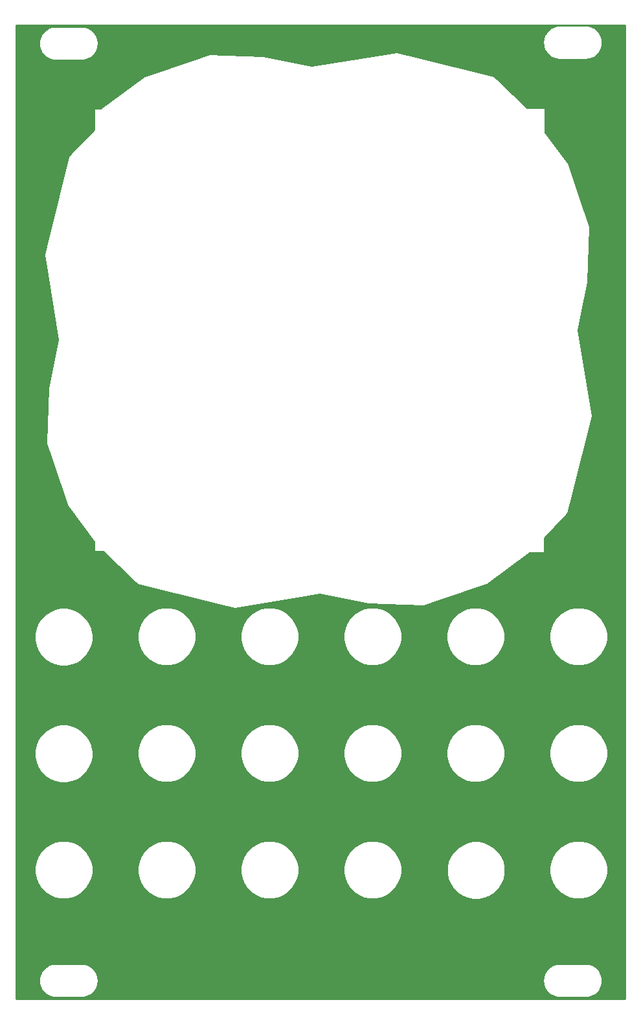
<source format=gbr>
G04 #@! TF.GenerationSoftware,KiCad,Pcbnew,(5.1.5-0)*
G04 #@! TF.CreationDate,2020-10-12T11:50:34-05:00*
G04 #@! TF.ProjectId,bells-venn,62656c6c-732d-4766-956e-6e2e6b696361,rev?*
G04 #@! TF.SameCoordinates,Original*
G04 #@! TF.FileFunction,Copper,L2,Bot*
G04 #@! TF.FilePolarity,Positive*
%FSLAX46Y46*%
G04 Gerber Fmt 4.6, Leading zero omitted, Abs format (unit mm)*
G04 Created by KiCad (PCBNEW (5.1.5-0)) date 2020-10-12 11:50:34*
%MOMM*%
%LPD*%
G04 APERTURE LIST*
%ADD10C,0.600000*%
%ADD11C,0.254000*%
G04 APERTURE END LIST*
D10*
X60833000Y-95250000D03*
D11*
G36*
X100559001Y-145618600D02*
G01*
X20980000Y-145618600D01*
X20980000Y-143256000D01*
X23917186Y-143256000D01*
X23960339Y-143694137D01*
X24088138Y-144115436D01*
X24295674Y-144503707D01*
X24574970Y-144844030D01*
X24915293Y-145123326D01*
X25303564Y-145330862D01*
X25724863Y-145458661D01*
X26053204Y-145491000D01*
X29572796Y-145491000D01*
X29901137Y-145458661D01*
X30322436Y-145330862D01*
X30710707Y-145123326D01*
X31051030Y-144844030D01*
X31330326Y-144503707D01*
X31537862Y-144115436D01*
X31665661Y-143694137D01*
X31708814Y-143256000D01*
X89830186Y-143256000D01*
X89873339Y-143694137D01*
X90001138Y-144115436D01*
X90208674Y-144503707D01*
X90487970Y-144844030D01*
X90828293Y-145123326D01*
X91216564Y-145330862D01*
X91637863Y-145458661D01*
X91966204Y-145491000D01*
X95485796Y-145491000D01*
X95814137Y-145458661D01*
X96235436Y-145330862D01*
X96623707Y-145123326D01*
X96964030Y-144844030D01*
X97243326Y-144503707D01*
X97450862Y-144115436D01*
X97578661Y-143694137D01*
X97621814Y-143256000D01*
X97578661Y-142817863D01*
X97450862Y-142396564D01*
X97243326Y-142008293D01*
X96964030Y-141667970D01*
X96623707Y-141388674D01*
X96235436Y-141181138D01*
X95814137Y-141053339D01*
X95485796Y-141021000D01*
X91966204Y-141021000D01*
X91637863Y-141053339D01*
X91216564Y-141181138D01*
X90828293Y-141388674D01*
X90487970Y-141667970D01*
X90208674Y-142008293D01*
X90001138Y-142396564D01*
X89873339Y-142817863D01*
X89830186Y-143256000D01*
X31708814Y-143256000D01*
X31665661Y-142817863D01*
X31537862Y-142396564D01*
X31330326Y-142008293D01*
X31051030Y-141667970D01*
X30710707Y-141388674D01*
X30322436Y-141181138D01*
X29901137Y-141053339D01*
X29572796Y-141021000D01*
X26053204Y-141021000D01*
X25724863Y-141053339D01*
X25303564Y-141181138D01*
X24915293Y-141388674D01*
X24574970Y-141667970D01*
X24295674Y-142008293D01*
X24088138Y-142396564D01*
X23960339Y-142817863D01*
X23917186Y-143256000D01*
X20980000Y-143256000D01*
X20980000Y-128400285D01*
X23343000Y-128400285D01*
X23343000Y-129155715D01*
X23490377Y-129896628D01*
X23779467Y-130594554D01*
X24199161Y-131222670D01*
X24733330Y-131756839D01*
X25361446Y-132176533D01*
X26059372Y-132465623D01*
X26800285Y-132613000D01*
X27555715Y-132613000D01*
X28296628Y-132465623D01*
X28994554Y-132176533D01*
X29622670Y-131756839D01*
X30156839Y-131222670D01*
X30576533Y-130594554D01*
X30865623Y-129896628D01*
X31013000Y-129155715D01*
X31013000Y-128400285D01*
X36805000Y-128400285D01*
X36805000Y-129155715D01*
X36952377Y-129896628D01*
X37241467Y-130594554D01*
X37661161Y-131222670D01*
X38195330Y-131756839D01*
X38823446Y-132176533D01*
X39521372Y-132465623D01*
X40262285Y-132613000D01*
X41017715Y-132613000D01*
X41758628Y-132465623D01*
X42456554Y-132176533D01*
X43084670Y-131756839D01*
X43618839Y-131222670D01*
X44038533Y-130594554D01*
X44327623Y-129896628D01*
X44475000Y-129155715D01*
X44475000Y-128400285D01*
X50267000Y-128400285D01*
X50267000Y-129155715D01*
X50414377Y-129896628D01*
X50703467Y-130594554D01*
X51123161Y-131222670D01*
X51657330Y-131756839D01*
X52285446Y-132176533D01*
X52983372Y-132465623D01*
X53724285Y-132613000D01*
X54479715Y-132613000D01*
X55220628Y-132465623D01*
X55918554Y-132176533D01*
X56546670Y-131756839D01*
X57080839Y-131222670D01*
X57500533Y-130594554D01*
X57789623Y-129896628D01*
X57937000Y-129155715D01*
X57937000Y-128400285D01*
X63729000Y-128400285D01*
X63729000Y-129155715D01*
X63876377Y-129896628D01*
X64165467Y-130594554D01*
X64585161Y-131222670D01*
X65119330Y-131756839D01*
X65747446Y-132176533D01*
X66445372Y-132465623D01*
X67186285Y-132613000D01*
X67941715Y-132613000D01*
X68682628Y-132465623D01*
X69380554Y-132176533D01*
X70008670Y-131756839D01*
X70542839Y-131222670D01*
X70962533Y-130594554D01*
X71251623Y-129896628D01*
X71399000Y-129155715D01*
X71399000Y-128463785D01*
X77254500Y-128463785D01*
X77254500Y-129219215D01*
X77401877Y-129960128D01*
X77690967Y-130658054D01*
X78110661Y-131286170D01*
X78644830Y-131820339D01*
X79272946Y-132240033D01*
X79970872Y-132529123D01*
X80711785Y-132676500D01*
X81467215Y-132676500D01*
X82208128Y-132529123D01*
X82906054Y-132240033D01*
X83534170Y-131820339D01*
X84068339Y-131286170D01*
X84488033Y-130658054D01*
X84777123Y-129960128D01*
X84924500Y-129219215D01*
X84924500Y-128463785D01*
X84911870Y-128400285D01*
X90653000Y-128400285D01*
X90653000Y-129155715D01*
X90800377Y-129896628D01*
X91089467Y-130594554D01*
X91509161Y-131222670D01*
X92043330Y-131756839D01*
X92671446Y-132176533D01*
X93369372Y-132465623D01*
X94110285Y-132613000D01*
X94865715Y-132613000D01*
X95606628Y-132465623D01*
X96304554Y-132176533D01*
X96932670Y-131756839D01*
X97466839Y-131222670D01*
X97886533Y-130594554D01*
X98175623Y-129896628D01*
X98323000Y-129155715D01*
X98323000Y-128400285D01*
X98175623Y-127659372D01*
X97886533Y-126961446D01*
X97466839Y-126333330D01*
X96932670Y-125799161D01*
X96304554Y-125379467D01*
X95606628Y-125090377D01*
X94865715Y-124943000D01*
X94110285Y-124943000D01*
X93369372Y-125090377D01*
X92671446Y-125379467D01*
X92043330Y-125799161D01*
X91509161Y-126333330D01*
X91089467Y-126961446D01*
X90800377Y-127659372D01*
X90653000Y-128400285D01*
X84911870Y-128400285D01*
X84777123Y-127722872D01*
X84488033Y-127024946D01*
X84068339Y-126396830D01*
X83534170Y-125862661D01*
X82906054Y-125442967D01*
X82208128Y-125153877D01*
X81467215Y-125006500D01*
X80711785Y-125006500D01*
X79970872Y-125153877D01*
X79272946Y-125442967D01*
X78644830Y-125862661D01*
X78110661Y-126396830D01*
X77690967Y-127024946D01*
X77401877Y-127722872D01*
X77254500Y-128463785D01*
X71399000Y-128463785D01*
X71399000Y-128400285D01*
X71251623Y-127659372D01*
X70962533Y-126961446D01*
X70542839Y-126333330D01*
X70008670Y-125799161D01*
X69380554Y-125379467D01*
X68682628Y-125090377D01*
X67941715Y-124943000D01*
X67186285Y-124943000D01*
X66445372Y-125090377D01*
X65747446Y-125379467D01*
X65119330Y-125799161D01*
X64585161Y-126333330D01*
X64165467Y-126961446D01*
X63876377Y-127659372D01*
X63729000Y-128400285D01*
X57937000Y-128400285D01*
X57789623Y-127659372D01*
X57500533Y-126961446D01*
X57080839Y-126333330D01*
X56546670Y-125799161D01*
X55918554Y-125379467D01*
X55220628Y-125090377D01*
X54479715Y-124943000D01*
X53724285Y-124943000D01*
X52983372Y-125090377D01*
X52285446Y-125379467D01*
X51657330Y-125799161D01*
X51123161Y-126333330D01*
X50703467Y-126961446D01*
X50414377Y-127659372D01*
X50267000Y-128400285D01*
X44475000Y-128400285D01*
X44327623Y-127659372D01*
X44038533Y-126961446D01*
X43618839Y-126333330D01*
X43084670Y-125799161D01*
X42456554Y-125379467D01*
X41758628Y-125090377D01*
X41017715Y-124943000D01*
X40262285Y-124943000D01*
X39521372Y-125090377D01*
X38823446Y-125379467D01*
X38195330Y-125799161D01*
X37661161Y-126333330D01*
X37241467Y-126961446D01*
X36952377Y-127659372D01*
X36805000Y-128400285D01*
X31013000Y-128400285D01*
X30865623Y-127659372D01*
X30576533Y-126961446D01*
X30156839Y-126333330D01*
X29622670Y-125799161D01*
X28994554Y-125379467D01*
X28296628Y-125090377D01*
X27555715Y-124943000D01*
X26800285Y-124943000D01*
X26059372Y-125090377D01*
X25361446Y-125379467D01*
X24733330Y-125799161D01*
X24199161Y-126333330D01*
X23779467Y-126961446D01*
X23490377Y-127659372D01*
X23343000Y-128400285D01*
X20980000Y-128400285D01*
X20980000Y-113223785D01*
X23343000Y-113223785D01*
X23343000Y-113979215D01*
X23490377Y-114720128D01*
X23779467Y-115418054D01*
X24199161Y-116046170D01*
X24733330Y-116580339D01*
X25361446Y-117000033D01*
X26059372Y-117289123D01*
X26800285Y-117436500D01*
X27555715Y-117436500D01*
X28296628Y-117289123D01*
X28994554Y-117000033D01*
X29622670Y-116580339D01*
X30156839Y-116046170D01*
X30576533Y-115418054D01*
X30865623Y-114720128D01*
X31013000Y-113979215D01*
X31013000Y-113223785D01*
X31000370Y-113160285D01*
X36805000Y-113160285D01*
X36805000Y-113915715D01*
X36952377Y-114656628D01*
X37241467Y-115354554D01*
X37661161Y-115982670D01*
X38195330Y-116516839D01*
X38823446Y-116936533D01*
X39521372Y-117225623D01*
X40262285Y-117373000D01*
X41017715Y-117373000D01*
X41758628Y-117225623D01*
X42456554Y-116936533D01*
X43084670Y-116516839D01*
X43618839Y-115982670D01*
X44038533Y-115354554D01*
X44327623Y-114656628D01*
X44475000Y-113915715D01*
X44475000Y-113160285D01*
X50267000Y-113160285D01*
X50267000Y-113915715D01*
X50414377Y-114656628D01*
X50703467Y-115354554D01*
X51123161Y-115982670D01*
X51657330Y-116516839D01*
X52285446Y-116936533D01*
X52983372Y-117225623D01*
X53724285Y-117373000D01*
X54479715Y-117373000D01*
X55220628Y-117225623D01*
X55918554Y-116936533D01*
X56546670Y-116516839D01*
X57080839Y-115982670D01*
X57500533Y-115354554D01*
X57789623Y-114656628D01*
X57937000Y-113915715D01*
X57937000Y-113160285D01*
X63729000Y-113160285D01*
X63729000Y-113915715D01*
X63876377Y-114656628D01*
X64165467Y-115354554D01*
X64585161Y-115982670D01*
X65119330Y-116516839D01*
X65747446Y-116936533D01*
X66445372Y-117225623D01*
X67186285Y-117373000D01*
X67941715Y-117373000D01*
X68682628Y-117225623D01*
X69380554Y-116936533D01*
X70008670Y-116516839D01*
X70542839Y-115982670D01*
X70962533Y-115354554D01*
X71251623Y-114656628D01*
X71399000Y-113915715D01*
X71399000Y-113160285D01*
X77191000Y-113160285D01*
X77191000Y-113915715D01*
X77338377Y-114656628D01*
X77627467Y-115354554D01*
X78047161Y-115982670D01*
X78581330Y-116516839D01*
X79209446Y-116936533D01*
X79907372Y-117225623D01*
X80648285Y-117373000D01*
X81403715Y-117373000D01*
X82144628Y-117225623D01*
X82842554Y-116936533D01*
X83470670Y-116516839D01*
X84004839Y-115982670D01*
X84424533Y-115354554D01*
X84713623Y-114656628D01*
X84861000Y-113915715D01*
X84861000Y-113160285D01*
X90653000Y-113160285D01*
X90653000Y-113915715D01*
X90800377Y-114656628D01*
X91089467Y-115354554D01*
X91509161Y-115982670D01*
X92043330Y-116516839D01*
X92671446Y-116936533D01*
X93369372Y-117225623D01*
X94110285Y-117373000D01*
X94865715Y-117373000D01*
X95606628Y-117225623D01*
X96304554Y-116936533D01*
X96932670Y-116516839D01*
X97466839Y-115982670D01*
X97886533Y-115354554D01*
X98175623Y-114656628D01*
X98323000Y-113915715D01*
X98323000Y-113160285D01*
X98175623Y-112419372D01*
X97886533Y-111721446D01*
X97466839Y-111093330D01*
X96932670Y-110559161D01*
X96304554Y-110139467D01*
X95606628Y-109850377D01*
X94865715Y-109703000D01*
X94110285Y-109703000D01*
X93369372Y-109850377D01*
X92671446Y-110139467D01*
X92043330Y-110559161D01*
X91509161Y-111093330D01*
X91089467Y-111721446D01*
X90800377Y-112419372D01*
X90653000Y-113160285D01*
X84861000Y-113160285D01*
X84713623Y-112419372D01*
X84424533Y-111721446D01*
X84004839Y-111093330D01*
X83470670Y-110559161D01*
X82842554Y-110139467D01*
X82144628Y-109850377D01*
X81403715Y-109703000D01*
X80648285Y-109703000D01*
X79907372Y-109850377D01*
X79209446Y-110139467D01*
X78581330Y-110559161D01*
X78047161Y-111093330D01*
X77627467Y-111721446D01*
X77338377Y-112419372D01*
X77191000Y-113160285D01*
X71399000Y-113160285D01*
X71251623Y-112419372D01*
X70962533Y-111721446D01*
X70542839Y-111093330D01*
X70008670Y-110559161D01*
X69380554Y-110139467D01*
X68682628Y-109850377D01*
X67941715Y-109703000D01*
X67186285Y-109703000D01*
X66445372Y-109850377D01*
X65747446Y-110139467D01*
X65119330Y-110559161D01*
X64585161Y-111093330D01*
X64165467Y-111721446D01*
X63876377Y-112419372D01*
X63729000Y-113160285D01*
X57937000Y-113160285D01*
X57789623Y-112419372D01*
X57500533Y-111721446D01*
X57080839Y-111093330D01*
X56546670Y-110559161D01*
X55918554Y-110139467D01*
X55220628Y-109850377D01*
X54479715Y-109703000D01*
X53724285Y-109703000D01*
X52983372Y-109850377D01*
X52285446Y-110139467D01*
X51657330Y-110559161D01*
X51123161Y-111093330D01*
X50703467Y-111721446D01*
X50414377Y-112419372D01*
X50267000Y-113160285D01*
X44475000Y-113160285D01*
X44327623Y-112419372D01*
X44038533Y-111721446D01*
X43618839Y-111093330D01*
X43084670Y-110559161D01*
X42456554Y-110139467D01*
X41758628Y-109850377D01*
X41017715Y-109703000D01*
X40262285Y-109703000D01*
X39521372Y-109850377D01*
X38823446Y-110139467D01*
X38195330Y-110559161D01*
X37661161Y-111093330D01*
X37241467Y-111721446D01*
X36952377Y-112419372D01*
X36805000Y-113160285D01*
X31000370Y-113160285D01*
X30865623Y-112482872D01*
X30576533Y-111784946D01*
X30156839Y-111156830D01*
X29622670Y-110622661D01*
X28994554Y-110202967D01*
X28296628Y-109913877D01*
X27555715Y-109766500D01*
X26800285Y-109766500D01*
X26059372Y-109913877D01*
X25361446Y-110202967D01*
X24733330Y-110622661D01*
X24199161Y-111156830D01*
X23779467Y-111784946D01*
X23490377Y-112482872D01*
X23343000Y-113223785D01*
X20980000Y-113223785D01*
X20980000Y-97983785D01*
X23343000Y-97983785D01*
X23343000Y-98739215D01*
X23490377Y-99480128D01*
X23779467Y-100178054D01*
X24199161Y-100806170D01*
X24733330Y-101340339D01*
X25361446Y-101760033D01*
X26059372Y-102049123D01*
X26800285Y-102196500D01*
X27555715Y-102196500D01*
X28296628Y-102049123D01*
X28994554Y-101760033D01*
X29622670Y-101340339D01*
X30156839Y-100806170D01*
X30576533Y-100178054D01*
X30865623Y-99480128D01*
X31013000Y-98739215D01*
X31013000Y-97983785D01*
X31000370Y-97920285D01*
X36805000Y-97920285D01*
X36805000Y-98675715D01*
X36952377Y-99416628D01*
X37241467Y-100114554D01*
X37661161Y-100742670D01*
X38195330Y-101276839D01*
X38823446Y-101696533D01*
X39521372Y-101985623D01*
X40262285Y-102133000D01*
X41017715Y-102133000D01*
X41758628Y-101985623D01*
X42456554Y-101696533D01*
X43084670Y-101276839D01*
X43618839Y-100742670D01*
X44038533Y-100114554D01*
X44327623Y-99416628D01*
X44475000Y-98675715D01*
X44475000Y-97920285D01*
X50267000Y-97920285D01*
X50267000Y-98675715D01*
X50414377Y-99416628D01*
X50703467Y-100114554D01*
X51123161Y-100742670D01*
X51657330Y-101276839D01*
X52285446Y-101696533D01*
X52983372Y-101985623D01*
X53724285Y-102133000D01*
X54479715Y-102133000D01*
X55220628Y-101985623D01*
X55918554Y-101696533D01*
X56546670Y-101276839D01*
X57080839Y-100742670D01*
X57500533Y-100114554D01*
X57789623Y-99416628D01*
X57937000Y-98675715D01*
X57937000Y-97920285D01*
X63729000Y-97920285D01*
X63729000Y-98675715D01*
X63876377Y-99416628D01*
X64165467Y-100114554D01*
X64585161Y-100742670D01*
X65119330Y-101276839D01*
X65747446Y-101696533D01*
X66445372Y-101985623D01*
X67186285Y-102133000D01*
X67941715Y-102133000D01*
X68682628Y-101985623D01*
X69380554Y-101696533D01*
X70008670Y-101276839D01*
X70542839Y-100742670D01*
X70962533Y-100114554D01*
X71251623Y-99416628D01*
X71399000Y-98675715D01*
X71399000Y-97920285D01*
X77191000Y-97920285D01*
X77191000Y-98675715D01*
X77338377Y-99416628D01*
X77627467Y-100114554D01*
X78047161Y-100742670D01*
X78581330Y-101276839D01*
X79209446Y-101696533D01*
X79907372Y-101985623D01*
X80648285Y-102133000D01*
X81403715Y-102133000D01*
X82144628Y-101985623D01*
X82842554Y-101696533D01*
X83470670Y-101276839D01*
X84004839Y-100742670D01*
X84424533Y-100114554D01*
X84713623Y-99416628D01*
X84861000Y-98675715D01*
X84861000Y-97920285D01*
X90653000Y-97920285D01*
X90653000Y-98675715D01*
X90800377Y-99416628D01*
X91089467Y-100114554D01*
X91509161Y-100742670D01*
X92043330Y-101276839D01*
X92671446Y-101696533D01*
X93369372Y-101985623D01*
X94110285Y-102133000D01*
X94865715Y-102133000D01*
X95606628Y-101985623D01*
X96304554Y-101696533D01*
X96932670Y-101276839D01*
X97466839Y-100742670D01*
X97886533Y-100114554D01*
X98175623Y-99416628D01*
X98323000Y-98675715D01*
X98323000Y-97920285D01*
X98175623Y-97179372D01*
X97886533Y-96481446D01*
X97466839Y-95853330D01*
X96932670Y-95319161D01*
X96304554Y-94899467D01*
X95606628Y-94610377D01*
X94865715Y-94463000D01*
X94110285Y-94463000D01*
X93369372Y-94610377D01*
X92671446Y-94899467D01*
X92043330Y-95319161D01*
X91509161Y-95853330D01*
X91089467Y-96481446D01*
X90800377Y-97179372D01*
X90653000Y-97920285D01*
X84861000Y-97920285D01*
X84713623Y-97179372D01*
X84424533Y-96481446D01*
X84004839Y-95853330D01*
X83470670Y-95319161D01*
X82842554Y-94899467D01*
X82144628Y-94610377D01*
X81403715Y-94463000D01*
X80648285Y-94463000D01*
X79907372Y-94610377D01*
X79209446Y-94899467D01*
X78581330Y-95319161D01*
X78047161Y-95853330D01*
X77627467Y-96481446D01*
X77338377Y-97179372D01*
X77191000Y-97920285D01*
X71399000Y-97920285D01*
X71251623Y-97179372D01*
X70962533Y-96481446D01*
X70542839Y-95853330D01*
X70008670Y-95319161D01*
X69380554Y-94899467D01*
X68682628Y-94610377D01*
X67941715Y-94463000D01*
X67186285Y-94463000D01*
X66445372Y-94610377D01*
X65747446Y-94899467D01*
X65119330Y-95319161D01*
X64585161Y-95853330D01*
X64165467Y-96481446D01*
X63876377Y-97179372D01*
X63729000Y-97920285D01*
X57937000Y-97920285D01*
X57789623Y-97179372D01*
X57500533Y-96481446D01*
X57080839Y-95853330D01*
X56546670Y-95319161D01*
X55918554Y-94899467D01*
X55220628Y-94610377D01*
X54479715Y-94463000D01*
X53724285Y-94463000D01*
X52983372Y-94610377D01*
X52285446Y-94899467D01*
X51657330Y-95319161D01*
X51123161Y-95853330D01*
X50703467Y-96481446D01*
X50414377Y-97179372D01*
X50267000Y-97920285D01*
X44475000Y-97920285D01*
X44327623Y-97179372D01*
X44038533Y-96481446D01*
X43618839Y-95853330D01*
X43084670Y-95319161D01*
X42456554Y-94899467D01*
X41758628Y-94610377D01*
X41017715Y-94463000D01*
X40262285Y-94463000D01*
X39521372Y-94610377D01*
X38823446Y-94899467D01*
X38195330Y-95319161D01*
X37661161Y-95853330D01*
X37241467Y-96481446D01*
X36952377Y-97179372D01*
X36805000Y-97920285D01*
X31000370Y-97920285D01*
X30865623Y-97242872D01*
X30576533Y-96544946D01*
X30156839Y-95916830D01*
X29622670Y-95382661D01*
X28994554Y-94962967D01*
X28296628Y-94673877D01*
X27555715Y-94526500D01*
X26800285Y-94526500D01*
X26059372Y-94673877D01*
X25361446Y-94962967D01*
X24733330Y-95382661D01*
X24199161Y-95916830D01*
X23779467Y-96544946D01*
X23490377Y-97242872D01*
X23343000Y-97983785D01*
X20980000Y-97983785D01*
X20980000Y-48382804D01*
X24574569Y-48382804D01*
X24576190Y-48407648D01*
X26413925Y-59560798D01*
X25148466Y-65888093D01*
X25146081Y-65908467D01*
X24892081Y-73020467D01*
X24893072Y-73041465D01*
X24898704Y-73065716D01*
X27692704Y-81320716D01*
X27698105Y-81334113D01*
X27710870Y-81355488D01*
X31115000Y-85961076D01*
X31115000Y-87122000D01*
X31117387Y-87146507D01*
X31124562Y-87170347D01*
X31136251Y-87192329D01*
X31152003Y-87211608D01*
X31171214Y-87227444D01*
X31193145Y-87239227D01*
X31216954Y-87246506D01*
X31241725Y-87249000D01*
X32341977Y-87251381D01*
X36742128Y-91468193D01*
X36754393Y-91478542D01*
X36775753Y-91491332D01*
X36799198Y-91499708D01*
X49499198Y-94674708D01*
X49525804Y-94678431D01*
X49550648Y-94676810D01*
X60703798Y-92839075D01*
X67031093Y-94104534D01*
X67051467Y-94106919D01*
X74163467Y-94360919D01*
X74184465Y-94359928D01*
X74208716Y-94354296D01*
X82463716Y-91560296D01*
X82477113Y-91554895D01*
X82498488Y-91542130D01*
X88140216Y-87372157D01*
X89915725Y-87376000D01*
X89940503Y-87373614D01*
X89964343Y-87366439D01*
X89986326Y-87354751D01*
X90005605Y-87338999D01*
X90021442Y-87319789D01*
X90033226Y-87297858D01*
X90040505Y-87274050D01*
X90043000Y-87249279D01*
X90046918Y-85462724D01*
X93119193Y-82256872D01*
X93129542Y-82244607D01*
X93142332Y-82223247D01*
X93150708Y-82199802D01*
X96325708Y-69499802D01*
X96329431Y-69473196D01*
X96327810Y-69448352D01*
X94490075Y-58295202D01*
X95755534Y-51967907D01*
X95757919Y-51947533D01*
X96011919Y-44835533D01*
X96010928Y-44814535D01*
X96005296Y-44790284D01*
X93211296Y-36535284D01*
X93205895Y-36521887D01*
X93193130Y-36500512D01*
X90163281Y-32401304D01*
X90170000Y-29337279D01*
X90167506Y-29311955D01*
X90160227Y-29288146D01*
X90148444Y-29266215D01*
X90132608Y-29247004D01*
X90113329Y-29231251D01*
X90091347Y-29219563D01*
X90067507Y-29212387D01*
X90042726Y-29210000D01*
X87802036Y-29214840D01*
X83526872Y-25117807D01*
X83514607Y-25107458D01*
X83493247Y-25094668D01*
X83469802Y-25086292D01*
X70769802Y-21911292D01*
X70743196Y-21907569D01*
X70718352Y-21909190D01*
X59565202Y-23746925D01*
X53237907Y-22481466D01*
X53217533Y-22479081D01*
X46105533Y-22225081D01*
X46084535Y-22226072D01*
X46060284Y-22231704D01*
X37805284Y-25025704D01*
X37791887Y-25031105D01*
X37770512Y-25043870D01*
X31964271Y-29335439D01*
X31241726Y-29337000D01*
X31217224Y-29339440D01*
X31193399Y-29346667D01*
X31171443Y-29358403D01*
X31152197Y-29374197D01*
X31136403Y-29393443D01*
X31124667Y-29415399D01*
X31117440Y-29439224D01*
X31115000Y-29464000D01*
X31115000Y-32124144D01*
X27784807Y-35599128D01*
X27774458Y-35611393D01*
X27761668Y-35632753D01*
X27753292Y-35656198D01*
X24578292Y-48356198D01*
X24574569Y-48382804D01*
X20980000Y-48382804D01*
X20980000Y-20828000D01*
X23917186Y-20828000D01*
X23960339Y-21266137D01*
X24088138Y-21687436D01*
X24295674Y-22075707D01*
X24574970Y-22416030D01*
X24915293Y-22695326D01*
X25303564Y-22902862D01*
X25724863Y-23030661D01*
X26053204Y-23063000D01*
X29572796Y-23063000D01*
X29901137Y-23030661D01*
X30322436Y-22902862D01*
X30710707Y-22695326D01*
X31051030Y-22416030D01*
X31330326Y-22075707D01*
X31537862Y-21687436D01*
X31665661Y-21266137D01*
X31708814Y-20828000D01*
X31696306Y-20701000D01*
X89830186Y-20701000D01*
X89873339Y-21139137D01*
X90001138Y-21560436D01*
X90208674Y-21948707D01*
X90487970Y-22289030D01*
X90828293Y-22568326D01*
X91216564Y-22775862D01*
X91637863Y-22903661D01*
X91966204Y-22936000D01*
X95485796Y-22936000D01*
X95814137Y-22903661D01*
X96235436Y-22775862D01*
X96623707Y-22568326D01*
X96964030Y-22289030D01*
X97243326Y-21948707D01*
X97450862Y-21560436D01*
X97578661Y-21139137D01*
X97621814Y-20701000D01*
X97578661Y-20262863D01*
X97450862Y-19841564D01*
X97243326Y-19453293D01*
X96964030Y-19112970D01*
X96623707Y-18833674D01*
X96235436Y-18626138D01*
X95814137Y-18498339D01*
X95485796Y-18466000D01*
X91966204Y-18466000D01*
X91637863Y-18498339D01*
X91216564Y-18626138D01*
X90828293Y-18833674D01*
X90487970Y-19112970D01*
X90208674Y-19453293D01*
X90001138Y-19841564D01*
X89873339Y-20262863D01*
X89830186Y-20701000D01*
X31696306Y-20701000D01*
X31665661Y-20389863D01*
X31537862Y-19968564D01*
X31330326Y-19580293D01*
X31051030Y-19239970D01*
X30710707Y-18960674D01*
X30322436Y-18753138D01*
X29901137Y-18625339D01*
X29572796Y-18593000D01*
X26053204Y-18593000D01*
X25724863Y-18625339D01*
X25303564Y-18753138D01*
X24915293Y-18960674D01*
X24574970Y-19239970D01*
X24295674Y-19580293D01*
X24088138Y-19968564D01*
X23960339Y-20389863D01*
X23917186Y-20828000D01*
X20980000Y-20828000D01*
X20980000Y-18440000D01*
X100559000Y-18440000D01*
X100559001Y-145618600D01*
G37*
X100559001Y-145618600D02*
X20980000Y-145618600D01*
X20980000Y-143256000D01*
X23917186Y-143256000D01*
X23960339Y-143694137D01*
X24088138Y-144115436D01*
X24295674Y-144503707D01*
X24574970Y-144844030D01*
X24915293Y-145123326D01*
X25303564Y-145330862D01*
X25724863Y-145458661D01*
X26053204Y-145491000D01*
X29572796Y-145491000D01*
X29901137Y-145458661D01*
X30322436Y-145330862D01*
X30710707Y-145123326D01*
X31051030Y-144844030D01*
X31330326Y-144503707D01*
X31537862Y-144115436D01*
X31665661Y-143694137D01*
X31708814Y-143256000D01*
X89830186Y-143256000D01*
X89873339Y-143694137D01*
X90001138Y-144115436D01*
X90208674Y-144503707D01*
X90487970Y-144844030D01*
X90828293Y-145123326D01*
X91216564Y-145330862D01*
X91637863Y-145458661D01*
X91966204Y-145491000D01*
X95485796Y-145491000D01*
X95814137Y-145458661D01*
X96235436Y-145330862D01*
X96623707Y-145123326D01*
X96964030Y-144844030D01*
X97243326Y-144503707D01*
X97450862Y-144115436D01*
X97578661Y-143694137D01*
X97621814Y-143256000D01*
X97578661Y-142817863D01*
X97450862Y-142396564D01*
X97243326Y-142008293D01*
X96964030Y-141667970D01*
X96623707Y-141388674D01*
X96235436Y-141181138D01*
X95814137Y-141053339D01*
X95485796Y-141021000D01*
X91966204Y-141021000D01*
X91637863Y-141053339D01*
X91216564Y-141181138D01*
X90828293Y-141388674D01*
X90487970Y-141667970D01*
X90208674Y-142008293D01*
X90001138Y-142396564D01*
X89873339Y-142817863D01*
X89830186Y-143256000D01*
X31708814Y-143256000D01*
X31665661Y-142817863D01*
X31537862Y-142396564D01*
X31330326Y-142008293D01*
X31051030Y-141667970D01*
X30710707Y-141388674D01*
X30322436Y-141181138D01*
X29901137Y-141053339D01*
X29572796Y-141021000D01*
X26053204Y-141021000D01*
X25724863Y-141053339D01*
X25303564Y-141181138D01*
X24915293Y-141388674D01*
X24574970Y-141667970D01*
X24295674Y-142008293D01*
X24088138Y-142396564D01*
X23960339Y-142817863D01*
X23917186Y-143256000D01*
X20980000Y-143256000D01*
X20980000Y-128400285D01*
X23343000Y-128400285D01*
X23343000Y-129155715D01*
X23490377Y-129896628D01*
X23779467Y-130594554D01*
X24199161Y-131222670D01*
X24733330Y-131756839D01*
X25361446Y-132176533D01*
X26059372Y-132465623D01*
X26800285Y-132613000D01*
X27555715Y-132613000D01*
X28296628Y-132465623D01*
X28994554Y-132176533D01*
X29622670Y-131756839D01*
X30156839Y-131222670D01*
X30576533Y-130594554D01*
X30865623Y-129896628D01*
X31013000Y-129155715D01*
X31013000Y-128400285D01*
X36805000Y-128400285D01*
X36805000Y-129155715D01*
X36952377Y-129896628D01*
X37241467Y-130594554D01*
X37661161Y-131222670D01*
X38195330Y-131756839D01*
X38823446Y-132176533D01*
X39521372Y-132465623D01*
X40262285Y-132613000D01*
X41017715Y-132613000D01*
X41758628Y-132465623D01*
X42456554Y-132176533D01*
X43084670Y-131756839D01*
X43618839Y-131222670D01*
X44038533Y-130594554D01*
X44327623Y-129896628D01*
X44475000Y-129155715D01*
X44475000Y-128400285D01*
X50267000Y-128400285D01*
X50267000Y-129155715D01*
X50414377Y-129896628D01*
X50703467Y-130594554D01*
X51123161Y-131222670D01*
X51657330Y-131756839D01*
X52285446Y-132176533D01*
X52983372Y-132465623D01*
X53724285Y-132613000D01*
X54479715Y-132613000D01*
X55220628Y-132465623D01*
X55918554Y-132176533D01*
X56546670Y-131756839D01*
X57080839Y-131222670D01*
X57500533Y-130594554D01*
X57789623Y-129896628D01*
X57937000Y-129155715D01*
X57937000Y-128400285D01*
X63729000Y-128400285D01*
X63729000Y-129155715D01*
X63876377Y-129896628D01*
X64165467Y-130594554D01*
X64585161Y-131222670D01*
X65119330Y-131756839D01*
X65747446Y-132176533D01*
X66445372Y-132465623D01*
X67186285Y-132613000D01*
X67941715Y-132613000D01*
X68682628Y-132465623D01*
X69380554Y-132176533D01*
X70008670Y-131756839D01*
X70542839Y-131222670D01*
X70962533Y-130594554D01*
X71251623Y-129896628D01*
X71399000Y-129155715D01*
X71399000Y-128463785D01*
X77254500Y-128463785D01*
X77254500Y-129219215D01*
X77401877Y-129960128D01*
X77690967Y-130658054D01*
X78110661Y-131286170D01*
X78644830Y-131820339D01*
X79272946Y-132240033D01*
X79970872Y-132529123D01*
X80711785Y-132676500D01*
X81467215Y-132676500D01*
X82208128Y-132529123D01*
X82906054Y-132240033D01*
X83534170Y-131820339D01*
X84068339Y-131286170D01*
X84488033Y-130658054D01*
X84777123Y-129960128D01*
X84924500Y-129219215D01*
X84924500Y-128463785D01*
X84911870Y-128400285D01*
X90653000Y-128400285D01*
X90653000Y-129155715D01*
X90800377Y-129896628D01*
X91089467Y-130594554D01*
X91509161Y-131222670D01*
X92043330Y-131756839D01*
X92671446Y-132176533D01*
X93369372Y-132465623D01*
X94110285Y-132613000D01*
X94865715Y-132613000D01*
X95606628Y-132465623D01*
X96304554Y-132176533D01*
X96932670Y-131756839D01*
X97466839Y-131222670D01*
X97886533Y-130594554D01*
X98175623Y-129896628D01*
X98323000Y-129155715D01*
X98323000Y-128400285D01*
X98175623Y-127659372D01*
X97886533Y-126961446D01*
X97466839Y-126333330D01*
X96932670Y-125799161D01*
X96304554Y-125379467D01*
X95606628Y-125090377D01*
X94865715Y-124943000D01*
X94110285Y-124943000D01*
X93369372Y-125090377D01*
X92671446Y-125379467D01*
X92043330Y-125799161D01*
X91509161Y-126333330D01*
X91089467Y-126961446D01*
X90800377Y-127659372D01*
X90653000Y-128400285D01*
X84911870Y-128400285D01*
X84777123Y-127722872D01*
X84488033Y-127024946D01*
X84068339Y-126396830D01*
X83534170Y-125862661D01*
X82906054Y-125442967D01*
X82208128Y-125153877D01*
X81467215Y-125006500D01*
X80711785Y-125006500D01*
X79970872Y-125153877D01*
X79272946Y-125442967D01*
X78644830Y-125862661D01*
X78110661Y-126396830D01*
X77690967Y-127024946D01*
X77401877Y-127722872D01*
X77254500Y-128463785D01*
X71399000Y-128463785D01*
X71399000Y-128400285D01*
X71251623Y-127659372D01*
X70962533Y-126961446D01*
X70542839Y-126333330D01*
X70008670Y-125799161D01*
X69380554Y-125379467D01*
X68682628Y-125090377D01*
X67941715Y-124943000D01*
X67186285Y-124943000D01*
X66445372Y-125090377D01*
X65747446Y-125379467D01*
X65119330Y-125799161D01*
X64585161Y-126333330D01*
X64165467Y-126961446D01*
X63876377Y-127659372D01*
X63729000Y-128400285D01*
X57937000Y-128400285D01*
X57789623Y-127659372D01*
X57500533Y-126961446D01*
X57080839Y-126333330D01*
X56546670Y-125799161D01*
X55918554Y-125379467D01*
X55220628Y-125090377D01*
X54479715Y-124943000D01*
X53724285Y-124943000D01*
X52983372Y-125090377D01*
X52285446Y-125379467D01*
X51657330Y-125799161D01*
X51123161Y-126333330D01*
X50703467Y-126961446D01*
X50414377Y-127659372D01*
X50267000Y-128400285D01*
X44475000Y-128400285D01*
X44327623Y-127659372D01*
X44038533Y-126961446D01*
X43618839Y-126333330D01*
X43084670Y-125799161D01*
X42456554Y-125379467D01*
X41758628Y-125090377D01*
X41017715Y-124943000D01*
X40262285Y-124943000D01*
X39521372Y-125090377D01*
X38823446Y-125379467D01*
X38195330Y-125799161D01*
X37661161Y-126333330D01*
X37241467Y-126961446D01*
X36952377Y-127659372D01*
X36805000Y-128400285D01*
X31013000Y-128400285D01*
X30865623Y-127659372D01*
X30576533Y-126961446D01*
X30156839Y-126333330D01*
X29622670Y-125799161D01*
X28994554Y-125379467D01*
X28296628Y-125090377D01*
X27555715Y-124943000D01*
X26800285Y-124943000D01*
X26059372Y-125090377D01*
X25361446Y-125379467D01*
X24733330Y-125799161D01*
X24199161Y-126333330D01*
X23779467Y-126961446D01*
X23490377Y-127659372D01*
X23343000Y-128400285D01*
X20980000Y-128400285D01*
X20980000Y-113223785D01*
X23343000Y-113223785D01*
X23343000Y-113979215D01*
X23490377Y-114720128D01*
X23779467Y-115418054D01*
X24199161Y-116046170D01*
X24733330Y-116580339D01*
X25361446Y-117000033D01*
X26059372Y-117289123D01*
X26800285Y-117436500D01*
X27555715Y-117436500D01*
X28296628Y-117289123D01*
X28994554Y-117000033D01*
X29622670Y-116580339D01*
X30156839Y-116046170D01*
X30576533Y-115418054D01*
X30865623Y-114720128D01*
X31013000Y-113979215D01*
X31013000Y-113223785D01*
X31000370Y-113160285D01*
X36805000Y-113160285D01*
X36805000Y-113915715D01*
X36952377Y-114656628D01*
X37241467Y-115354554D01*
X37661161Y-115982670D01*
X38195330Y-116516839D01*
X38823446Y-116936533D01*
X39521372Y-117225623D01*
X40262285Y-117373000D01*
X41017715Y-117373000D01*
X41758628Y-117225623D01*
X42456554Y-116936533D01*
X43084670Y-116516839D01*
X43618839Y-115982670D01*
X44038533Y-115354554D01*
X44327623Y-114656628D01*
X44475000Y-113915715D01*
X44475000Y-113160285D01*
X50267000Y-113160285D01*
X50267000Y-113915715D01*
X50414377Y-114656628D01*
X50703467Y-115354554D01*
X51123161Y-115982670D01*
X51657330Y-116516839D01*
X52285446Y-116936533D01*
X52983372Y-117225623D01*
X53724285Y-117373000D01*
X54479715Y-117373000D01*
X55220628Y-117225623D01*
X55918554Y-116936533D01*
X56546670Y-116516839D01*
X57080839Y-115982670D01*
X57500533Y-115354554D01*
X57789623Y-114656628D01*
X57937000Y-113915715D01*
X57937000Y-113160285D01*
X63729000Y-113160285D01*
X63729000Y-113915715D01*
X63876377Y-114656628D01*
X64165467Y-115354554D01*
X64585161Y-115982670D01*
X65119330Y-116516839D01*
X65747446Y-116936533D01*
X66445372Y-117225623D01*
X67186285Y-117373000D01*
X67941715Y-117373000D01*
X68682628Y-117225623D01*
X69380554Y-116936533D01*
X70008670Y-116516839D01*
X70542839Y-115982670D01*
X70962533Y-115354554D01*
X71251623Y-114656628D01*
X71399000Y-113915715D01*
X71399000Y-113160285D01*
X77191000Y-113160285D01*
X77191000Y-113915715D01*
X77338377Y-114656628D01*
X77627467Y-115354554D01*
X78047161Y-115982670D01*
X78581330Y-116516839D01*
X79209446Y-116936533D01*
X79907372Y-117225623D01*
X80648285Y-117373000D01*
X81403715Y-117373000D01*
X82144628Y-117225623D01*
X82842554Y-116936533D01*
X83470670Y-116516839D01*
X84004839Y-115982670D01*
X84424533Y-115354554D01*
X84713623Y-114656628D01*
X84861000Y-113915715D01*
X84861000Y-113160285D01*
X90653000Y-113160285D01*
X90653000Y-113915715D01*
X90800377Y-114656628D01*
X91089467Y-115354554D01*
X91509161Y-115982670D01*
X92043330Y-116516839D01*
X92671446Y-116936533D01*
X93369372Y-117225623D01*
X94110285Y-117373000D01*
X94865715Y-117373000D01*
X95606628Y-117225623D01*
X96304554Y-116936533D01*
X96932670Y-116516839D01*
X97466839Y-115982670D01*
X97886533Y-115354554D01*
X98175623Y-114656628D01*
X98323000Y-113915715D01*
X98323000Y-113160285D01*
X98175623Y-112419372D01*
X97886533Y-111721446D01*
X97466839Y-111093330D01*
X96932670Y-110559161D01*
X96304554Y-110139467D01*
X95606628Y-109850377D01*
X94865715Y-109703000D01*
X94110285Y-109703000D01*
X93369372Y-109850377D01*
X92671446Y-110139467D01*
X92043330Y-110559161D01*
X91509161Y-111093330D01*
X91089467Y-111721446D01*
X90800377Y-112419372D01*
X90653000Y-113160285D01*
X84861000Y-113160285D01*
X84713623Y-112419372D01*
X84424533Y-111721446D01*
X84004839Y-111093330D01*
X83470670Y-110559161D01*
X82842554Y-110139467D01*
X82144628Y-109850377D01*
X81403715Y-109703000D01*
X80648285Y-109703000D01*
X79907372Y-109850377D01*
X79209446Y-110139467D01*
X78581330Y-110559161D01*
X78047161Y-111093330D01*
X77627467Y-111721446D01*
X77338377Y-112419372D01*
X77191000Y-113160285D01*
X71399000Y-113160285D01*
X71251623Y-112419372D01*
X70962533Y-111721446D01*
X70542839Y-111093330D01*
X70008670Y-110559161D01*
X69380554Y-110139467D01*
X68682628Y-109850377D01*
X67941715Y-109703000D01*
X67186285Y-109703000D01*
X66445372Y-109850377D01*
X65747446Y-110139467D01*
X65119330Y-110559161D01*
X64585161Y-111093330D01*
X64165467Y-111721446D01*
X63876377Y-112419372D01*
X63729000Y-113160285D01*
X57937000Y-113160285D01*
X57789623Y-112419372D01*
X57500533Y-111721446D01*
X57080839Y-111093330D01*
X56546670Y-110559161D01*
X55918554Y-110139467D01*
X55220628Y-109850377D01*
X54479715Y-109703000D01*
X53724285Y-109703000D01*
X52983372Y-109850377D01*
X52285446Y-110139467D01*
X51657330Y-110559161D01*
X51123161Y-111093330D01*
X50703467Y-111721446D01*
X50414377Y-112419372D01*
X50267000Y-113160285D01*
X44475000Y-113160285D01*
X44327623Y-112419372D01*
X44038533Y-111721446D01*
X43618839Y-111093330D01*
X43084670Y-110559161D01*
X42456554Y-110139467D01*
X41758628Y-109850377D01*
X41017715Y-109703000D01*
X40262285Y-109703000D01*
X39521372Y-109850377D01*
X38823446Y-110139467D01*
X38195330Y-110559161D01*
X37661161Y-111093330D01*
X37241467Y-111721446D01*
X36952377Y-112419372D01*
X36805000Y-113160285D01*
X31000370Y-113160285D01*
X30865623Y-112482872D01*
X30576533Y-111784946D01*
X30156839Y-111156830D01*
X29622670Y-110622661D01*
X28994554Y-110202967D01*
X28296628Y-109913877D01*
X27555715Y-109766500D01*
X26800285Y-109766500D01*
X26059372Y-109913877D01*
X25361446Y-110202967D01*
X24733330Y-110622661D01*
X24199161Y-111156830D01*
X23779467Y-111784946D01*
X23490377Y-112482872D01*
X23343000Y-113223785D01*
X20980000Y-113223785D01*
X20980000Y-97983785D01*
X23343000Y-97983785D01*
X23343000Y-98739215D01*
X23490377Y-99480128D01*
X23779467Y-100178054D01*
X24199161Y-100806170D01*
X24733330Y-101340339D01*
X25361446Y-101760033D01*
X26059372Y-102049123D01*
X26800285Y-102196500D01*
X27555715Y-102196500D01*
X28296628Y-102049123D01*
X28994554Y-101760033D01*
X29622670Y-101340339D01*
X30156839Y-100806170D01*
X30576533Y-100178054D01*
X30865623Y-99480128D01*
X31013000Y-98739215D01*
X31013000Y-97983785D01*
X31000370Y-97920285D01*
X36805000Y-97920285D01*
X36805000Y-98675715D01*
X36952377Y-99416628D01*
X37241467Y-100114554D01*
X37661161Y-100742670D01*
X38195330Y-101276839D01*
X38823446Y-101696533D01*
X39521372Y-101985623D01*
X40262285Y-102133000D01*
X41017715Y-102133000D01*
X41758628Y-101985623D01*
X42456554Y-101696533D01*
X43084670Y-101276839D01*
X43618839Y-100742670D01*
X44038533Y-100114554D01*
X44327623Y-99416628D01*
X44475000Y-98675715D01*
X44475000Y-97920285D01*
X50267000Y-97920285D01*
X50267000Y-98675715D01*
X50414377Y-99416628D01*
X50703467Y-100114554D01*
X51123161Y-100742670D01*
X51657330Y-101276839D01*
X52285446Y-101696533D01*
X52983372Y-101985623D01*
X53724285Y-102133000D01*
X54479715Y-102133000D01*
X55220628Y-101985623D01*
X55918554Y-101696533D01*
X56546670Y-101276839D01*
X57080839Y-100742670D01*
X57500533Y-100114554D01*
X57789623Y-99416628D01*
X57937000Y-98675715D01*
X57937000Y-97920285D01*
X63729000Y-97920285D01*
X63729000Y-98675715D01*
X63876377Y-99416628D01*
X64165467Y-100114554D01*
X64585161Y-100742670D01*
X65119330Y-101276839D01*
X65747446Y-101696533D01*
X66445372Y-101985623D01*
X67186285Y-102133000D01*
X67941715Y-102133000D01*
X68682628Y-101985623D01*
X69380554Y-101696533D01*
X70008670Y-101276839D01*
X70542839Y-100742670D01*
X70962533Y-100114554D01*
X71251623Y-99416628D01*
X71399000Y-98675715D01*
X71399000Y-97920285D01*
X77191000Y-97920285D01*
X77191000Y-98675715D01*
X77338377Y-99416628D01*
X77627467Y-100114554D01*
X78047161Y-100742670D01*
X78581330Y-101276839D01*
X79209446Y-101696533D01*
X79907372Y-101985623D01*
X80648285Y-102133000D01*
X81403715Y-102133000D01*
X82144628Y-101985623D01*
X82842554Y-101696533D01*
X83470670Y-101276839D01*
X84004839Y-100742670D01*
X84424533Y-100114554D01*
X84713623Y-99416628D01*
X84861000Y-98675715D01*
X84861000Y-97920285D01*
X90653000Y-97920285D01*
X90653000Y-98675715D01*
X90800377Y-99416628D01*
X91089467Y-100114554D01*
X91509161Y-100742670D01*
X92043330Y-101276839D01*
X92671446Y-101696533D01*
X93369372Y-101985623D01*
X94110285Y-102133000D01*
X94865715Y-102133000D01*
X95606628Y-101985623D01*
X96304554Y-101696533D01*
X96932670Y-101276839D01*
X97466839Y-100742670D01*
X97886533Y-100114554D01*
X98175623Y-99416628D01*
X98323000Y-98675715D01*
X98323000Y-97920285D01*
X98175623Y-97179372D01*
X97886533Y-96481446D01*
X97466839Y-95853330D01*
X96932670Y-95319161D01*
X96304554Y-94899467D01*
X95606628Y-94610377D01*
X94865715Y-94463000D01*
X94110285Y-94463000D01*
X93369372Y-94610377D01*
X92671446Y-94899467D01*
X92043330Y-95319161D01*
X91509161Y-95853330D01*
X91089467Y-96481446D01*
X90800377Y-97179372D01*
X90653000Y-97920285D01*
X84861000Y-97920285D01*
X84713623Y-97179372D01*
X84424533Y-96481446D01*
X84004839Y-95853330D01*
X83470670Y-95319161D01*
X82842554Y-94899467D01*
X82144628Y-94610377D01*
X81403715Y-94463000D01*
X80648285Y-94463000D01*
X79907372Y-94610377D01*
X79209446Y-94899467D01*
X78581330Y-95319161D01*
X78047161Y-95853330D01*
X77627467Y-96481446D01*
X77338377Y-97179372D01*
X77191000Y-97920285D01*
X71399000Y-97920285D01*
X71251623Y-97179372D01*
X70962533Y-96481446D01*
X70542839Y-95853330D01*
X70008670Y-95319161D01*
X69380554Y-94899467D01*
X68682628Y-94610377D01*
X67941715Y-94463000D01*
X67186285Y-94463000D01*
X66445372Y-94610377D01*
X65747446Y-94899467D01*
X65119330Y-95319161D01*
X64585161Y-95853330D01*
X64165467Y-96481446D01*
X63876377Y-97179372D01*
X63729000Y-97920285D01*
X57937000Y-97920285D01*
X57789623Y-97179372D01*
X57500533Y-96481446D01*
X57080839Y-95853330D01*
X56546670Y-95319161D01*
X55918554Y-94899467D01*
X55220628Y-94610377D01*
X54479715Y-94463000D01*
X53724285Y-94463000D01*
X52983372Y-94610377D01*
X52285446Y-94899467D01*
X51657330Y-95319161D01*
X51123161Y-95853330D01*
X50703467Y-96481446D01*
X50414377Y-97179372D01*
X50267000Y-97920285D01*
X44475000Y-97920285D01*
X44327623Y-97179372D01*
X44038533Y-96481446D01*
X43618839Y-95853330D01*
X43084670Y-95319161D01*
X42456554Y-94899467D01*
X41758628Y-94610377D01*
X41017715Y-94463000D01*
X40262285Y-94463000D01*
X39521372Y-94610377D01*
X38823446Y-94899467D01*
X38195330Y-95319161D01*
X37661161Y-95853330D01*
X37241467Y-96481446D01*
X36952377Y-97179372D01*
X36805000Y-97920285D01*
X31000370Y-97920285D01*
X30865623Y-97242872D01*
X30576533Y-96544946D01*
X30156839Y-95916830D01*
X29622670Y-95382661D01*
X28994554Y-94962967D01*
X28296628Y-94673877D01*
X27555715Y-94526500D01*
X26800285Y-94526500D01*
X26059372Y-94673877D01*
X25361446Y-94962967D01*
X24733330Y-95382661D01*
X24199161Y-95916830D01*
X23779467Y-96544946D01*
X23490377Y-97242872D01*
X23343000Y-97983785D01*
X20980000Y-97983785D01*
X20980000Y-48382804D01*
X24574569Y-48382804D01*
X24576190Y-48407648D01*
X26413925Y-59560798D01*
X25148466Y-65888093D01*
X25146081Y-65908467D01*
X24892081Y-73020467D01*
X24893072Y-73041465D01*
X24898704Y-73065716D01*
X27692704Y-81320716D01*
X27698105Y-81334113D01*
X27710870Y-81355488D01*
X31115000Y-85961076D01*
X31115000Y-87122000D01*
X31117387Y-87146507D01*
X31124562Y-87170347D01*
X31136251Y-87192329D01*
X31152003Y-87211608D01*
X31171214Y-87227444D01*
X31193145Y-87239227D01*
X31216954Y-87246506D01*
X31241725Y-87249000D01*
X32341977Y-87251381D01*
X36742128Y-91468193D01*
X36754393Y-91478542D01*
X36775753Y-91491332D01*
X36799198Y-91499708D01*
X49499198Y-94674708D01*
X49525804Y-94678431D01*
X49550648Y-94676810D01*
X60703798Y-92839075D01*
X67031093Y-94104534D01*
X67051467Y-94106919D01*
X74163467Y-94360919D01*
X74184465Y-94359928D01*
X74208716Y-94354296D01*
X82463716Y-91560296D01*
X82477113Y-91554895D01*
X82498488Y-91542130D01*
X88140216Y-87372157D01*
X89915725Y-87376000D01*
X89940503Y-87373614D01*
X89964343Y-87366439D01*
X89986326Y-87354751D01*
X90005605Y-87338999D01*
X90021442Y-87319789D01*
X90033226Y-87297858D01*
X90040505Y-87274050D01*
X90043000Y-87249279D01*
X90046918Y-85462724D01*
X93119193Y-82256872D01*
X93129542Y-82244607D01*
X93142332Y-82223247D01*
X93150708Y-82199802D01*
X96325708Y-69499802D01*
X96329431Y-69473196D01*
X96327810Y-69448352D01*
X94490075Y-58295202D01*
X95755534Y-51967907D01*
X95757919Y-51947533D01*
X96011919Y-44835533D01*
X96010928Y-44814535D01*
X96005296Y-44790284D01*
X93211296Y-36535284D01*
X93205895Y-36521887D01*
X93193130Y-36500512D01*
X90163281Y-32401304D01*
X90170000Y-29337279D01*
X90167506Y-29311955D01*
X90160227Y-29288146D01*
X90148444Y-29266215D01*
X90132608Y-29247004D01*
X90113329Y-29231251D01*
X90091347Y-29219563D01*
X90067507Y-29212387D01*
X90042726Y-29210000D01*
X87802036Y-29214840D01*
X83526872Y-25117807D01*
X83514607Y-25107458D01*
X83493247Y-25094668D01*
X83469802Y-25086292D01*
X70769802Y-21911292D01*
X70743196Y-21907569D01*
X70718352Y-21909190D01*
X59565202Y-23746925D01*
X53237907Y-22481466D01*
X53217533Y-22479081D01*
X46105533Y-22225081D01*
X46084535Y-22226072D01*
X46060284Y-22231704D01*
X37805284Y-25025704D01*
X37791887Y-25031105D01*
X37770512Y-25043870D01*
X31964271Y-29335439D01*
X31241726Y-29337000D01*
X31217224Y-29339440D01*
X31193399Y-29346667D01*
X31171443Y-29358403D01*
X31152197Y-29374197D01*
X31136403Y-29393443D01*
X31124667Y-29415399D01*
X31117440Y-29439224D01*
X31115000Y-29464000D01*
X31115000Y-32124144D01*
X27784807Y-35599128D01*
X27774458Y-35611393D01*
X27761668Y-35632753D01*
X27753292Y-35656198D01*
X24578292Y-48356198D01*
X24574569Y-48382804D01*
X20980000Y-48382804D01*
X20980000Y-20828000D01*
X23917186Y-20828000D01*
X23960339Y-21266137D01*
X24088138Y-21687436D01*
X24295674Y-22075707D01*
X24574970Y-22416030D01*
X24915293Y-22695326D01*
X25303564Y-22902862D01*
X25724863Y-23030661D01*
X26053204Y-23063000D01*
X29572796Y-23063000D01*
X29901137Y-23030661D01*
X30322436Y-22902862D01*
X30710707Y-22695326D01*
X31051030Y-22416030D01*
X31330326Y-22075707D01*
X31537862Y-21687436D01*
X31665661Y-21266137D01*
X31708814Y-20828000D01*
X31696306Y-20701000D01*
X89830186Y-20701000D01*
X89873339Y-21139137D01*
X90001138Y-21560436D01*
X90208674Y-21948707D01*
X90487970Y-22289030D01*
X90828293Y-22568326D01*
X91216564Y-22775862D01*
X91637863Y-22903661D01*
X91966204Y-22936000D01*
X95485796Y-22936000D01*
X95814137Y-22903661D01*
X96235436Y-22775862D01*
X96623707Y-22568326D01*
X96964030Y-22289030D01*
X97243326Y-21948707D01*
X97450862Y-21560436D01*
X97578661Y-21139137D01*
X97621814Y-20701000D01*
X97578661Y-20262863D01*
X97450862Y-19841564D01*
X97243326Y-19453293D01*
X96964030Y-19112970D01*
X96623707Y-18833674D01*
X96235436Y-18626138D01*
X95814137Y-18498339D01*
X95485796Y-18466000D01*
X91966204Y-18466000D01*
X91637863Y-18498339D01*
X91216564Y-18626138D01*
X90828293Y-18833674D01*
X90487970Y-19112970D01*
X90208674Y-19453293D01*
X90001138Y-19841564D01*
X89873339Y-20262863D01*
X89830186Y-20701000D01*
X31696306Y-20701000D01*
X31665661Y-20389863D01*
X31537862Y-19968564D01*
X31330326Y-19580293D01*
X31051030Y-19239970D01*
X30710707Y-18960674D01*
X30322436Y-18753138D01*
X29901137Y-18625339D01*
X29572796Y-18593000D01*
X26053204Y-18593000D01*
X25724863Y-18625339D01*
X25303564Y-18753138D01*
X24915293Y-18960674D01*
X24574970Y-19239970D01*
X24295674Y-19580293D01*
X24088138Y-19968564D01*
X23960339Y-20389863D01*
X23917186Y-20828000D01*
X20980000Y-20828000D01*
X20980000Y-18440000D01*
X100559000Y-18440000D01*
X100559001Y-145618600D01*
M02*

</source>
